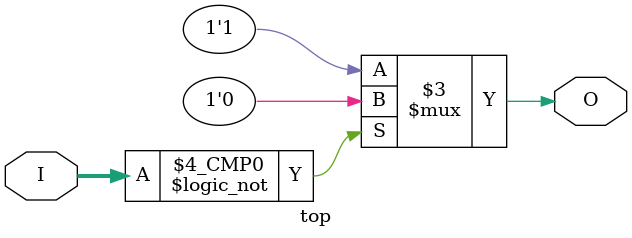
<source format=v>
module top( (* keep *) input [3:0] I, output O);
    always @(I)
    case(I)
        4'b0000 : O = 0;
        default : O = 1;
    endcase
endmodule // top

</source>
